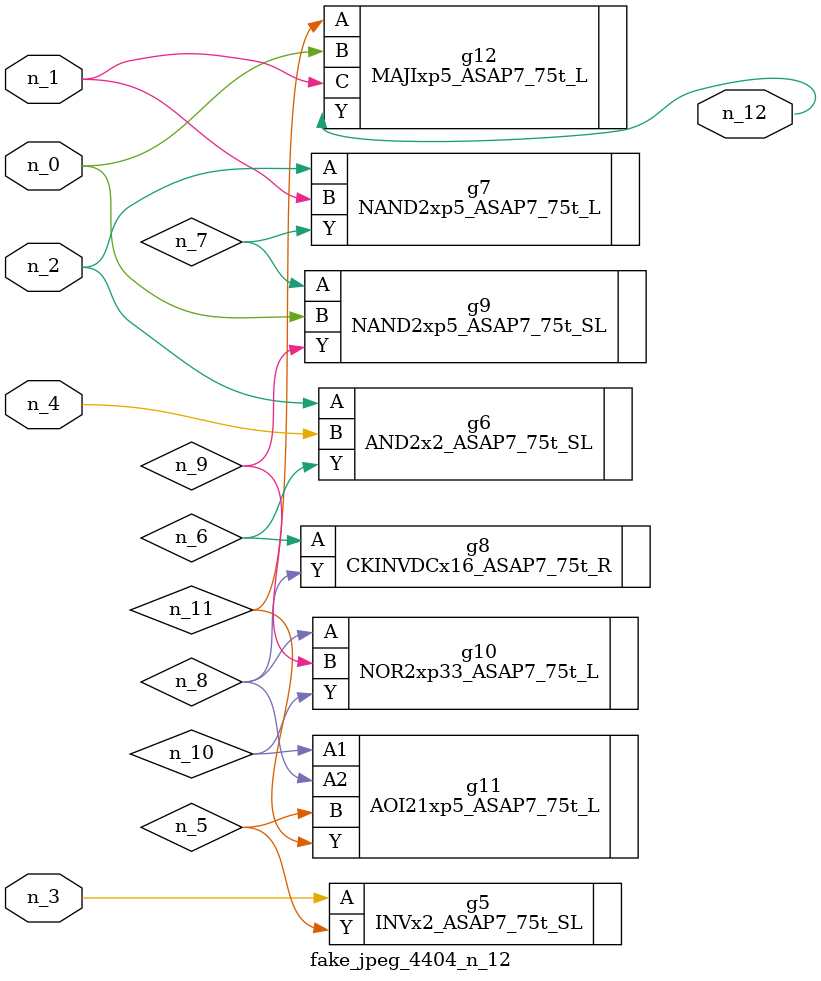
<source format=v>
module fake_jpeg_4404_n_12 (n_3, n_2, n_1, n_0, n_4, n_12);

input n_3;
input n_2;
input n_1;
input n_0;
input n_4;

output n_12;

wire n_11;
wire n_10;
wire n_8;
wire n_9;
wire n_6;
wire n_5;
wire n_7;

INVx2_ASAP7_75t_SL g5 ( 
.A(n_3),
.Y(n_5)
);

AND2x2_ASAP7_75t_SL g6 ( 
.A(n_2),
.B(n_4),
.Y(n_6)
);

NAND2xp5_ASAP7_75t_L g7 ( 
.A(n_2),
.B(n_1),
.Y(n_7)
);

CKINVDCx16_ASAP7_75t_R g8 ( 
.A(n_6),
.Y(n_8)
);

NOR2xp33_ASAP7_75t_L g10 ( 
.A(n_8),
.B(n_9),
.Y(n_10)
);

NAND2xp5_ASAP7_75t_SL g9 ( 
.A(n_7),
.B(n_0),
.Y(n_9)
);

AOI21xp5_ASAP7_75t_L g11 ( 
.A1(n_10),
.A2(n_8),
.B(n_5),
.Y(n_11)
);

MAJIxp5_ASAP7_75t_L g12 ( 
.A(n_11),
.B(n_0),
.C(n_1),
.Y(n_12)
);


endmodule
</source>
